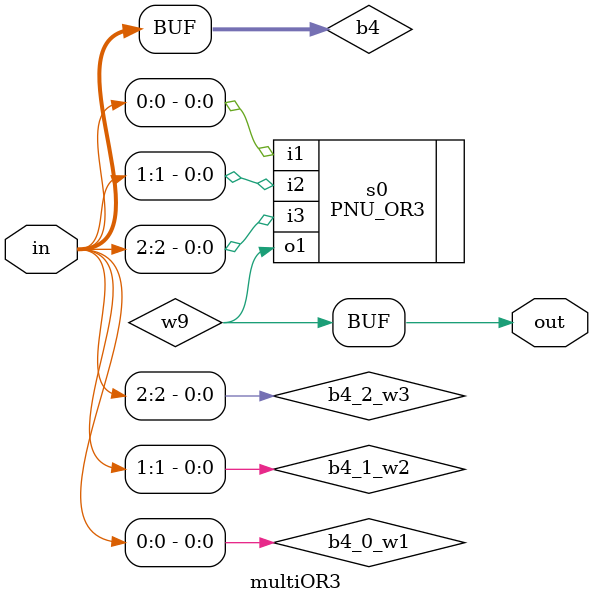
<source format=v>
module multiOR3(in,out);

input [2:0] in;
output out;

wire [2:0] b4;
wire  w9;
wire  b4_0_w1;
wire  b4_1_w2;
wire  b4_2_w3;

assign b4 = in;
assign out = w9;

assign b4_0_w1 = {b4[0]};
assign b4_1_w2 = {b4[1]};
assign b4_2_w3 = {b4[2]};

PNU_OR3
     s0 (
      .i1(b4_0_w1),
      .i2(b4_1_w2),
      .i3(b4_2_w3),
      .o1(w9));

endmodule


</source>
